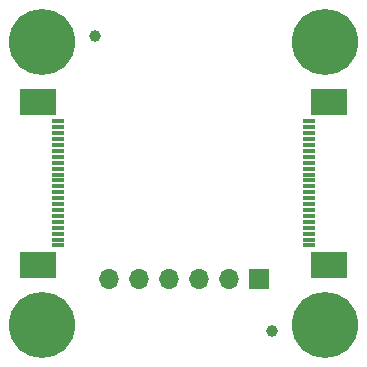
<source format=gbr>
%TF.GenerationSoftware,KiCad,Pcbnew,7.0.10*%
%TF.CreationDate,2024-02-18T19:35:46+01:00*%
%TF.ProjectId,CSI2SPY22,43534932-5350-4593-9232-2e6b69636164,rev?*%
%TF.SameCoordinates,Original*%
%TF.FileFunction,Soldermask,Top*%
%TF.FilePolarity,Negative*%
%FSLAX46Y46*%
G04 Gerber Fmt 4.6, Leading zero omitted, Abs format (unit mm)*
G04 Created by KiCad (PCBNEW 7.0.10) date 2024-02-18 19:35:46*
%MOMM*%
%LPD*%
G01*
G04 APERTURE LIST*
%ADD10R,1.100000X0.300000*%
%ADD11R,3.100000X2.300000*%
%ADD12C,1.000000*%
%ADD13R,1.700000X1.700000*%
%ADD14O,1.700000X1.700000*%
%ADD15C,5.600000*%
G04 APERTURE END LIST*
D10*
%TO.C,J2*%
X25650000Y-9750000D03*
X25650000Y-10250000D03*
X25650000Y-10750000D03*
X25650000Y-11250000D03*
X25650000Y-11750000D03*
X25650000Y-12250000D03*
X25650000Y-12750000D03*
X25650000Y-13250000D03*
X25650000Y-13750000D03*
X25650000Y-14250000D03*
X25650000Y-14750000D03*
X25650000Y-15250000D03*
X25650000Y-15750000D03*
X25650000Y-16250000D03*
X25650000Y-16750000D03*
X25650000Y-17250000D03*
X25650000Y-17750000D03*
X25650000Y-18250000D03*
X25650000Y-18750000D03*
X25650000Y-19250000D03*
X25650000Y-19750000D03*
X25650000Y-20250000D03*
D11*
X27350000Y-21920000D03*
X27350000Y-8080000D03*
%TD*%
D12*
%TO.C,FID1*%
X22500000Y-27500000D03*
%TD*%
D13*
%TO.C,J3*%
X21425000Y-23075000D03*
D14*
X18885000Y-23075000D03*
X16345000Y-23075000D03*
X13805000Y-23075000D03*
X11265000Y-23075000D03*
X8725000Y-23075000D03*
%TD*%
D15*
%TO.C,H2*%
X3000000Y-27000000D03*
%TD*%
D12*
%TO.C,FID2*%
X7500000Y-2500000D03*
%TD*%
D15*
%TO.C,H1*%
X3000000Y-3000000D03*
%TD*%
%TO.C,H3*%
X27000000Y-27000000D03*
%TD*%
D10*
%TO.C,J1*%
X4350000Y-9750000D03*
X4350000Y-10250000D03*
X4350000Y-10750000D03*
X4350000Y-11250000D03*
X4350000Y-11750000D03*
X4350000Y-12250000D03*
X4350000Y-12750000D03*
X4350000Y-13250000D03*
X4350000Y-13750000D03*
X4350000Y-14250000D03*
X4350000Y-14750000D03*
X4350000Y-15250000D03*
X4350000Y-15750000D03*
X4350000Y-16250000D03*
X4350000Y-16750000D03*
X4350000Y-17250000D03*
X4350000Y-17750000D03*
X4350000Y-18250000D03*
X4350000Y-18750000D03*
X4350000Y-19250000D03*
X4350000Y-19750000D03*
X4350000Y-20250000D03*
D11*
X2650000Y-8080000D03*
X2650000Y-21920000D03*
%TD*%
D15*
%TO.C,H4*%
X27000000Y-3000000D03*
%TD*%
M02*

</source>
